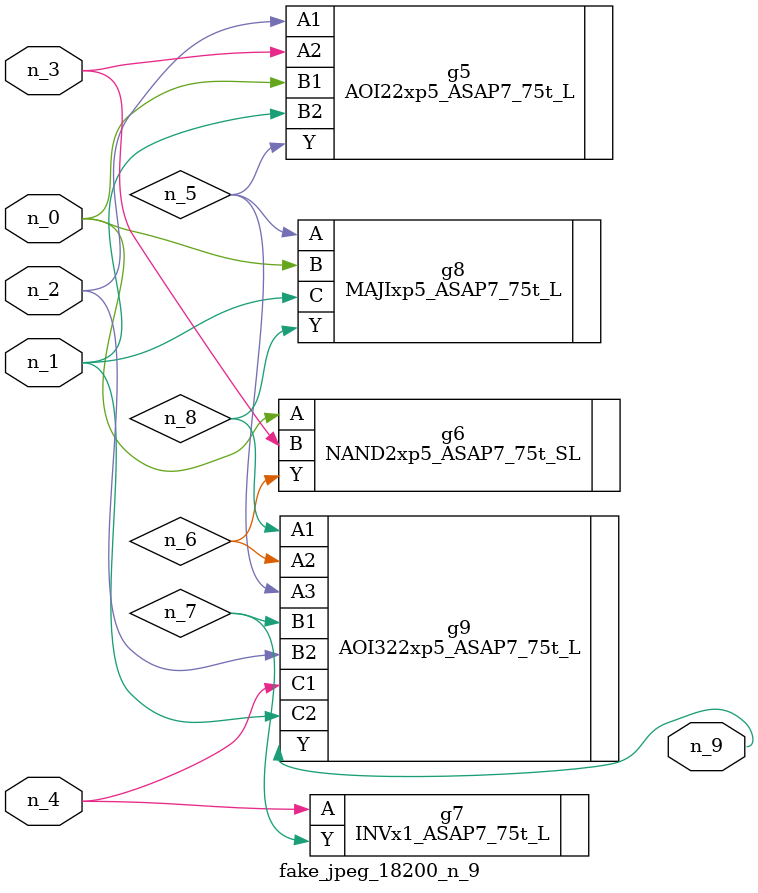
<source format=v>
module fake_jpeg_18200_n_9 (n_3, n_2, n_1, n_0, n_4, n_9);

input n_3;
input n_2;
input n_1;
input n_0;
input n_4;

output n_9;

wire n_8;
wire n_6;
wire n_5;
wire n_7;

AOI22xp5_ASAP7_75t_L g5 ( 
.A1(n_2),
.A2(n_3),
.B1(n_0),
.B2(n_1),
.Y(n_5)
);

NAND2xp5_ASAP7_75t_SL g6 ( 
.A(n_0),
.B(n_3),
.Y(n_6)
);

INVx1_ASAP7_75t_L g7 ( 
.A(n_4),
.Y(n_7)
);

MAJIxp5_ASAP7_75t_L g8 ( 
.A(n_5),
.B(n_0),
.C(n_1),
.Y(n_8)
);

AOI322xp5_ASAP7_75t_L g9 ( 
.A1(n_8),
.A2(n_6),
.A3(n_5),
.B1(n_7),
.B2(n_2),
.C1(n_4),
.C2(n_1),
.Y(n_9)
);


endmodule
</source>
